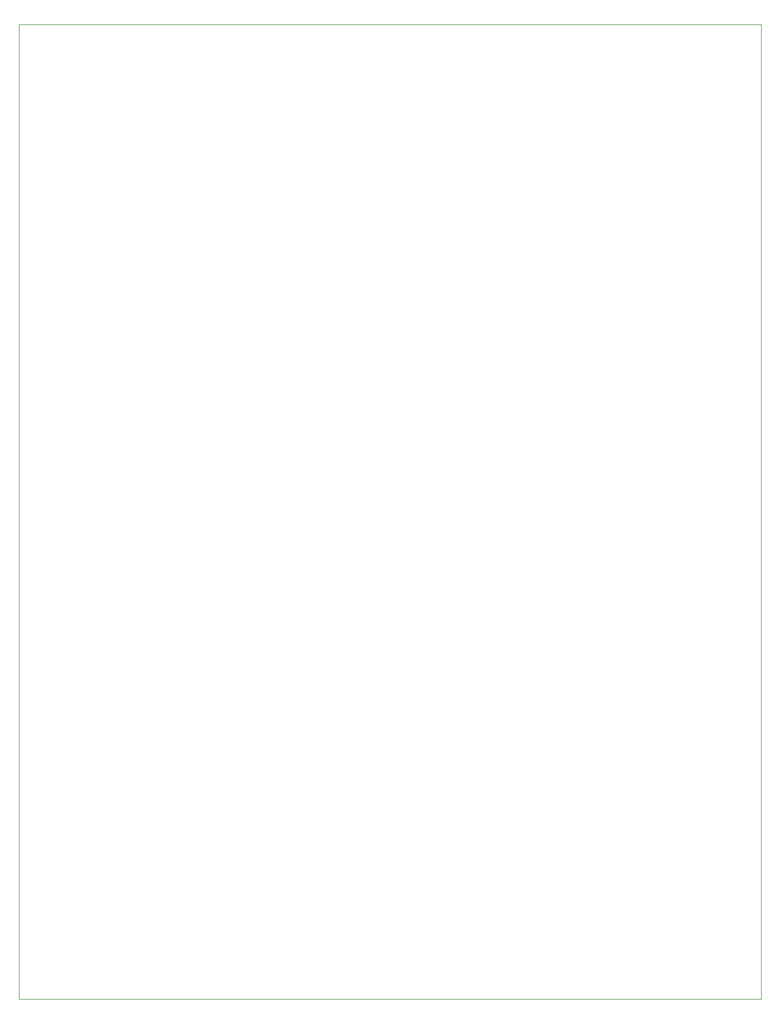
<source format=gm1>
G04 #@! TF.GenerationSoftware,KiCad,Pcbnew,8.0.1-8.0.1-1~ubuntu22.04.1*
G04 #@! TF.CreationDate,2024-04-04T11:17:20+02:00*
G04 #@! TF.ProjectId,flex4axe,666c6578-3461-4786-952e-6b696361645f,302*
G04 #@! TF.SameCoordinates,Original*
G04 #@! TF.FileFunction,Profile,NP*
%FSLAX46Y46*%
G04 Gerber Fmt 4.6, Leading zero omitted, Abs format (unit mm)*
G04 Created by KiCad (PCBNEW 8.0.1-8.0.1-1~ubuntu22.04.1) date 2024-04-04 11:17:20*
%MOMM*%
%LPD*%
G01*
G04 APERTURE LIST*
G04 #@! TA.AperFunction,Profile*
%ADD10C,0.100000*%
G04 #@! TD*
G04 APERTURE END LIST*
D10*
X53500000Y-31747000D02*
X169500000Y-31750000D01*
X169500000Y-184000000D02*
X53500000Y-184000000D01*
X53500000Y-184000000D02*
X53500000Y-31747000D01*
X169500000Y-31750000D02*
X169500000Y-184000000D01*
M02*

</source>
